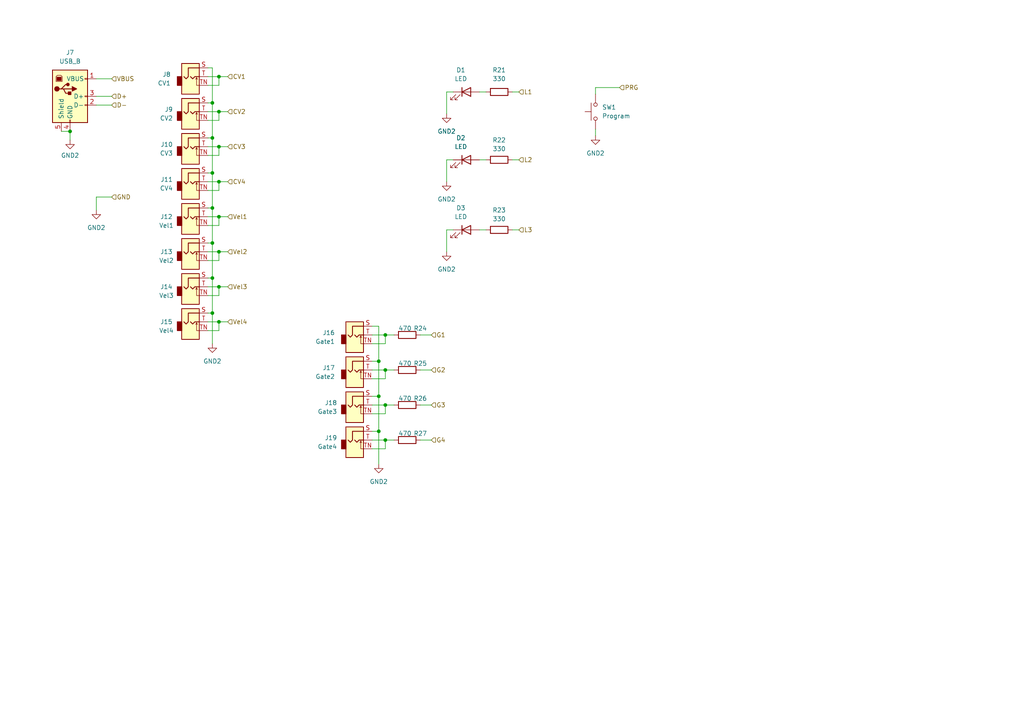
<source format=kicad_sch>
(kicad_sch (version 20211123) (generator eeschema)

  (uuid 16e78d05-5507-4b44-b470-118ac112724e)

  (paper "A4")

  (lib_symbols
    (symbol "Connector:AudioJack2_SwitchT" (in_bom yes) (on_board yes)
      (property "Reference" "J" (id 0) (at 0 8.89 0)
        (effects (font (size 1.27 1.27)))
      )
      (property "Value" "AudioJack2_SwitchT" (id 1) (at 0 6.35 0)
        (effects (font (size 1.27 1.27)))
      )
      (property "Footprint" "" (id 2) (at 0 0 0)
        (effects (font (size 1.27 1.27)) hide)
      )
      (property "Datasheet" "~" (id 3) (at 0 0 0)
        (effects (font (size 1.27 1.27)) hide)
      )
      (property "ki_keywords" "audio jack receptacle mono headphones phone TS connector" (id 4) (at 0 0 0)
        (effects (font (size 1.27 1.27)) hide)
      )
      (property "ki_description" "Audio Jack, 2 Poles (Mono / TS), Switched T Pole (Normalling)" (id 5) (at 0 0 0)
        (effects (font (size 1.27 1.27)) hide)
      )
      (property "ki_fp_filters" "Jack*" (id 6) (at 0 0 0)
        (effects (font (size 1.27 1.27)) hide)
      )
      (symbol "AudioJack2_SwitchT_0_1"
        (rectangle (start -2.54 0) (end -3.81 -2.54)
          (stroke (width 0.254) (type default) (color 0 0 0 0))
          (fill (type outline))
        )
        (polyline
          (pts
            (xy 1.778 -0.254)
            (xy 2.032 -0.762)
          )
          (stroke (width 0) (type default) (color 0 0 0 0))
          (fill (type none))
        )
        (polyline
          (pts
            (xy 0 0)
            (xy 0.635 -0.635)
            (xy 1.27 0)
            (xy 2.54 0)
          )
          (stroke (width 0.254) (type default) (color 0 0 0 0))
          (fill (type none))
        )
        (polyline
          (pts
            (xy 2.54 -2.54)
            (xy 1.778 -2.54)
            (xy 1.778 -0.254)
            (xy 1.524 -0.762)
          )
          (stroke (width 0) (type default) (color 0 0 0 0))
          (fill (type none))
        )
        (polyline
          (pts
            (xy 2.54 2.54)
            (xy -0.635 2.54)
            (xy -0.635 0)
            (xy -1.27 -0.635)
            (xy -1.905 0)
          )
          (stroke (width 0.254) (type default) (color 0 0 0 0))
          (fill (type none))
        )
        (rectangle (start 2.54 3.81) (end -2.54 -5.08)
          (stroke (width 0.254) (type default) (color 0 0 0 0))
          (fill (type background))
        )
      )
      (symbol "AudioJack2_SwitchT_1_1"
        (pin passive line (at 5.08 2.54 180) (length 2.54)
          (name "~" (effects (font (size 1.27 1.27))))
          (number "S" (effects (font (size 1.27 1.27))))
        )
        (pin passive line (at 5.08 0 180) (length 2.54)
          (name "~" (effects (font (size 1.27 1.27))))
          (number "T" (effects (font (size 1.27 1.27))))
        )
        (pin passive line (at 5.08 -2.54 180) (length 2.54)
          (name "~" (effects (font (size 1.27 1.27))))
          (number "TN" (effects (font (size 1.27 1.27))))
        )
      )
    )
    (symbol "Connector:USB_B" (pin_names (offset 1.016)) (in_bom yes) (on_board yes)
      (property "Reference" "J" (id 0) (at -5.08 11.43 0)
        (effects (font (size 1.27 1.27)) (justify left))
      )
      (property "Value" "USB_B" (id 1) (at -5.08 8.89 0)
        (effects (font (size 1.27 1.27)) (justify left))
      )
      (property "Footprint" "" (id 2) (at 3.81 -1.27 0)
        (effects (font (size 1.27 1.27)) hide)
      )
      (property "Datasheet" " ~" (id 3) (at 3.81 -1.27 0)
        (effects (font (size 1.27 1.27)) hide)
      )
      (property "ki_keywords" "connector USB" (id 4) (at 0 0 0)
        (effects (font (size 1.27 1.27)) hide)
      )
      (property "ki_description" "USB Type B connector" (id 5) (at 0 0 0)
        (effects (font (size 1.27 1.27)) hide)
      )
      (property "ki_fp_filters" "USB*" (id 6) (at 0 0 0)
        (effects (font (size 1.27 1.27)) hide)
      )
      (symbol "USB_B_0_1"
        (rectangle (start -5.08 -7.62) (end 5.08 7.62)
          (stroke (width 0.254) (type default) (color 0 0 0 0))
          (fill (type background))
        )
        (circle (center -3.81 2.159) (radius 0.635)
          (stroke (width 0.254) (type default) (color 0 0 0 0))
          (fill (type outline))
        )
        (rectangle (start -3.81 5.588) (end -2.54 4.572)
          (stroke (width 0) (type default) (color 0 0 0 0))
          (fill (type outline))
        )
        (circle (center -0.635 3.429) (radius 0.381)
          (stroke (width 0.254) (type default) (color 0 0 0 0))
          (fill (type outline))
        )
        (rectangle (start -0.127 -7.62) (end 0.127 -6.858)
          (stroke (width 0) (type default) (color 0 0 0 0))
          (fill (type none))
        )
        (polyline
          (pts
            (xy -1.905 2.159)
            (xy 0.635 2.159)
          )
          (stroke (width 0.254) (type default) (color 0 0 0 0))
          (fill (type none))
        )
        (polyline
          (pts
            (xy -3.175 2.159)
            (xy -2.54 2.159)
            (xy -1.27 3.429)
            (xy -0.635 3.429)
          )
          (stroke (width 0.254) (type default) (color 0 0 0 0))
          (fill (type none))
        )
        (polyline
          (pts
            (xy -2.54 2.159)
            (xy -1.905 2.159)
            (xy -1.27 0.889)
            (xy 0 0.889)
          )
          (stroke (width 0.254) (type default) (color 0 0 0 0))
          (fill (type none))
        )
        (polyline
          (pts
            (xy 0.635 2.794)
            (xy 0.635 1.524)
            (xy 1.905 2.159)
            (xy 0.635 2.794)
          )
          (stroke (width 0.254) (type default) (color 0 0 0 0))
          (fill (type outline))
        )
        (polyline
          (pts
            (xy -4.064 4.318)
            (xy -2.286 4.318)
            (xy -2.286 5.715)
            (xy -2.667 6.096)
            (xy -3.683 6.096)
            (xy -4.064 5.715)
            (xy -4.064 4.318)
          )
          (stroke (width 0) (type default) (color 0 0 0 0))
          (fill (type none))
        )
        (rectangle (start 0.254 1.27) (end -0.508 0.508)
          (stroke (width 0.254) (type default) (color 0 0 0 0))
          (fill (type outline))
        )
        (rectangle (start 5.08 -2.667) (end 4.318 -2.413)
          (stroke (width 0) (type default) (color 0 0 0 0))
          (fill (type none))
        )
        (rectangle (start 5.08 -0.127) (end 4.318 0.127)
          (stroke (width 0) (type default) (color 0 0 0 0))
          (fill (type none))
        )
        (rectangle (start 5.08 4.953) (end 4.318 5.207)
          (stroke (width 0) (type default) (color 0 0 0 0))
          (fill (type none))
        )
      )
      (symbol "USB_B_1_1"
        (pin power_out line (at 7.62 5.08 180) (length 2.54)
          (name "VBUS" (effects (font (size 1.27 1.27))))
          (number "1" (effects (font (size 1.27 1.27))))
        )
        (pin bidirectional line (at 7.62 -2.54 180) (length 2.54)
          (name "D-" (effects (font (size 1.27 1.27))))
          (number "2" (effects (font (size 1.27 1.27))))
        )
        (pin bidirectional line (at 7.62 0 180) (length 2.54)
          (name "D+" (effects (font (size 1.27 1.27))))
          (number "3" (effects (font (size 1.27 1.27))))
        )
        (pin power_out line (at 0 -10.16 90) (length 2.54)
          (name "GND" (effects (font (size 1.27 1.27))))
          (number "4" (effects (font (size 1.27 1.27))))
        )
        (pin passive line (at -2.54 -10.16 90) (length 2.54)
          (name "Shield" (effects (font (size 1.27 1.27))))
          (number "5" (effects (font (size 1.27 1.27))))
        )
      )
    )
    (symbol "Device:LED" (pin_numbers hide) (pin_names (offset 1.016) hide) (in_bom yes) (on_board yes)
      (property "Reference" "D" (id 0) (at 0 2.54 0)
        (effects (font (size 1.27 1.27)))
      )
      (property "Value" "LED" (id 1) (at 0 -2.54 0)
        (effects (font (size 1.27 1.27)))
      )
      (property "Footprint" "" (id 2) (at 0 0 0)
        (effects (font (size 1.27 1.27)) hide)
      )
      (property "Datasheet" "~" (id 3) (at 0 0 0)
        (effects (font (size 1.27 1.27)) hide)
      )
      (property "ki_keywords" "LED diode" (id 4) (at 0 0 0)
        (effects (font (size 1.27 1.27)) hide)
      )
      (property "ki_description" "Light emitting diode" (id 5) (at 0 0 0)
        (effects (font (size 1.27 1.27)) hide)
      )
      (property "ki_fp_filters" "LED* LED_SMD:* LED_THT:*" (id 6) (at 0 0 0)
        (effects (font (size 1.27 1.27)) hide)
      )
      (symbol "LED_0_1"
        (polyline
          (pts
            (xy -1.27 -1.27)
            (xy -1.27 1.27)
          )
          (stroke (width 0.254) (type default) (color 0 0 0 0))
          (fill (type none))
        )
        (polyline
          (pts
            (xy -1.27 0)
            (xy 1.27 0)
          )
          (stroke (width 0) (type default) (color 0 0 0 0))
          (fill (type none))
        )
        (polyline
          (pts
            (xy 1.27 -1.27)
            (xy 1.27 1.27)
            (xy -1.27 0)
            (xy 1.27 -1.27)
          )
          (stroke (width 0.254) (type default) (color 0 0 0 0))
          (fill (type none))
        )
        (polyline
          (pts
            (xy -3.048 -0.762)
            (xy -4.572 -2.286)
            (xy -3.81 -2.286)
            (xy -4.572 -2.286)
            (xy -4.572 -1.524)
          )
          (stroke (width 0) (type default) (color 0 0 0 0))
          (fill (type none))
        )
        (polyline
          (pts
            (xy -1.778 -0.762)
            (xy -3.302 -2.286)
            (xy -2.54 -2.286)
            (xy -3.302 -2.286)
            (xy -3.302 -1.524)
          )
          (stroke (width 0) (type default) (color 0 0 0 0))
          (fill (type none))
        )
      )
      (symbol "LED_1_1"
        (pin passive line (at -3.81 0 0) (length 2.54)
          (name "K" (effects (font (size 1.27 1.27))))
          (number "1" (effects (font (size 1.27 1.27))))
        )
        (pin passive line (at 3.81 0 180) (length 2.54)
          (name "A" (effects (font (size 1.27 1.27))))
          (number "2" (effects (font (size 1.27 1.27))))
        )
      )
    )
    (symbol "Device:R" (pin_numbers hide) (pin_names (offset 0)) (in_bom yes) (on_board yes)
      (property "Reference" "R" (id 0) (at 2.032 0 90)
        (effects (font (size 1.27 1.27)))
      )
      (property "Value" "R" (id 1) (at 0 0 90)
        (effects (font (size 1.27 1.27)))
      )
      (property "Footprint" "" (id 2) (at -1.778 0 90)
        (effects (font (size 1.27 1.27)) hide)
      )
      (property "Datasheet" "~" (id 3) (at 0 0 0)
        (effects (font (size 1.27 1.27)) hide)
      )
      (property "ki_keywords" "R res resistor" (id 4) (at 0 0 0)
        (effects (font (size 1.27 1.27)) hide)
      )
      (property "ki_description" "Resistor" (id 5) (at 0 0 0)
        (effects (font (size 1.27 1.27)) hide)
      )
      (property "ki_fp_filters" "R_*" (id 6) (at 0 0 0)
        (effects (font (size 1.27 1.27)) hide)
      )
      (symbol "R_0_1"
        (rectangle (start -1.016 -2.54) (end 1.016 2.54)
          (stroke (width 0.254) (type default) (color 0 0 0 0))
          (fill (type none))
        )
      )
      (symbol "R_1_1"
        (pin passive line (at 0 3.81 270) (length 1.27)
          (name "~" (effects (font (size 1.27 1.27))))
          (number "1" (effects (font (size 1.27 1.27))))
        )
        (pin passive line (at 0 -3.81 90) (length 1.27)
          (name "~" (effects (font (size 1.27 1.27))))
          (number "2" (effects (font (size 1.27 1.27))))
        )
      )
    )
    (symbol "Switch:SW_Push" (pin_numbers hide) (pin_names (offset 1.016) hide) (in_bom yes) (on_board yes)
      (property "Reference" "SW" (id 0) (at 1.27 2.54 0)
        (effects (font (size 1.27 1.27)) (justify left))
      )
      (property "Value" "SW_Push" (id 1) (at 0 -1.524 0)
        (effects (font (size 1.27 1.27)))
      )
      (property "Footprint" "" (id 2) (at 0 5.08 0)
        (effects (font (size 1.27 1.27)) hide)
      )
      (property "Datasheet" "~" (id 3) (at 0 5.08 0)
        (effects (font (size 1.27 1.27)) hide)
      )
      (property "ki_keywords" "switch normally-open pushbutton push-button" (id 4) (at 0 0 0)
        (effects (font (size 1.27 1.27)) hide)
      )
      (property "ki_description" "Push button switch, generic, two pins" (id 5) (at 0 0 0)
        (effects (font (size 1.27 1.27)) hide)
      )
      (symbol "SW_Push_0_1"
        (circle (center -2.032 0) (radius 0.508)
          (stroke (width 0) (type default) (color 0 0 0 0))
          (fill (type none))
        )
        (polyline
          (pts
            (xy 0 1.27)
            (xy 0 3.048)
          )
          (stroke (width 0) (type default) (color 0 0 0 0))
          (fill (type none))
        )
        (polyline
          (pts
            (xy 2.54 1.27)
            (xy -2.54 1.27)
          )
          (stroke (width 0) (type default) (color 0 0 0 0))
          (fill (type none))
        )
        (circle (center 2.032 0) (radius 0.508)
          (stroke (width 0) (type default) (color 0 0 0 0))
          (fill (type none))
        )
        (pin passive line (at -5.08 0 0) (length 2.54)
          (name "1" (effects (font (size 1.27 1.27))))
          (number "1" (effects (font (size 1.27 1.27))))
        )
        (pin passive line (at 5.08 0 180) (length 2.54)
          (name "2" (effects (font (size 1.27 1.27))))
          (number "2" (effects (font (size 1.27 1.27))))
        )
      )
    )
    (symbol "power:GND2" (power) (pin_names (offset 0)) (in_bom yes) (on_board yes)
      (property "Reference" "#PWR" (id 0) (at 0 -6.35 0)
        (effects (font (size 1.27 1.27)) hide)
      )
      (property "Value" "GND2" (id 1) (at 0 -3.81 0)
        (effects (font (size 1.27 1.27)))
      )
      (property "Footprint" "" (id 2) (at 0 0 0)
        (effects (font (size 1.27 1.27)) hide)
      )
      (property "Datasheet" "" (id 3) (at 0 0 0)
        (effects (font (size 1.27 1.27)) hide)
      )
      (property "ki_keywords" "power-flag" (id 4) (at 0 0 0)
        (effects (font (size 1.27 1.27)) hide)
      )
      (property "ki_description" "Power symbol creates a global label with name \"GND2\" , ground" (id 5) (at 0 0 0)
        (effects (font (size 1.27 1.27)) hide)
      )
      (symbol "GND2_0_1"
        (polyline
          (pts
            (xy 0 0)
            (xy 0 -1.27)
            (xy 1.27 -1.27)
            (xy 0 -2.54)
            (xy -1.27 -1.27)
            (xy 0 -1.27)
          )
          (stroke (width 0) (type default) (color 0 0 0 0))
          (fill (type none))
        )
      )
      (symbol "GND2_1_1"
        (pin power_in line (at 0 0 270) (length 0) hide
          (name "GND2" (effects (font (size 1.27 1.27))))
          (number "1" (effects (font (size 1.27 1.27))))
        )
      )
    )
  )

  (junction (at 111.76 97.155) (diameter 0) (color 0 0 0 0)
    (uuid 01ad1f73-6c3d-407f-878c-778a6ecc6b8c)
  )
  (junction (at 61.595 50.165) (diameter 0) (color 0 0 0 0)
    (uuid 05d957e1-6f4a-4dba-950e-c9223882a404)
  )
  (junction (at 63.5 73.025) (diameter 0) (color 0 0 0 0)
    (uuid 0d362a1c-4a3b-4067-80c3-850ced049655)
  )
  (junction (at 63.5 42.545) (diameter 0) (color 0 0 0 0)
    (uuid 1f584900-13c9-4fa5-85ce-c5a19e788c5a)
  )
  (junction (at 20.32 38.1) (diameter 0) (color 0 0 0 0)
    (uuid 21d631be-ea5d-4bb1-afd3-28316a8f3b54)
  )
  (junction (at 61.595 40.005) (diameter 0) (color 0 0 0 0)
    (uuid 28f349ea-cbd3-407e-9339-a1c79d10a3d2)
  )
  (junction (at 61.595 90.805) (diameter 0) (color 0 0 0 0)
    (uuid 3eefc838-3f8c-4f21-a8ba-80b61556623d)
  )
  (junction (at 61.595 80.645) (diameter 0) (color 0 0 0 0)
    (uuid 4c44a345-181f-4282-9266-eedfb042f8dd)
  )
  (junction (at 63.5 83.185) (diameter 0) (color 0 0 0 0)
    (uuid 5fa30310-ea08-4290-9956-46e8d6b24c4d)
  )
  (junction (at 63.5 52.705) (diameter 0) (color 0 0 0 0)
    (uuid 704f3563-9e05-4a22-8f6f-1e481fccfb29)
  )
  (junction (at 109.855 104.775) (diameter 0) (color 0 0 0 0)
    (uuid 7702464f-87e1-4aa3-b772-17641ea46340)
  )
  (junction (at 109.855 125.095) (diameter 0) (color 0 0 0 0)
    (uuid b11c77ed-0ff0-4213-86e2-b187f99c4670)
  )
  (junction (at 63.5 32.385) (diameter 0) (color 0 0 0 0)
    (uuid b29af35d-afa6-4868-bef5-199aae330fff)
  )
  (junction (at 63.5 22.225) (diameter 0) (color 0 0 0 0)
    (uuid be6cd257-5b44-4349-bfe4-c7360d5e6eff)
  )
  (junction (at 63.5 62.865) (diameter 0) (color 0 0 0 0)
    (uuid c46920bf-ef1e-41f9-84da-e65dfc1528a1)
  )
  (junction (at 61.595 60.325) (diameter 0) (color 0 0 0 0)
    (uuid c66a7dd1-515a-4e6b-90e0-1ceae63dc603)
  )
  (junction (at 61.595 70.485) (diameter 0) (color 0 0 0 0)
    (uuid ca10b441-483f-49d5-a2ab-5c3290d4c746)
  )
  (junction (at 109.855 114.935) (diameter 0) (color 0 0 0 0)
    (uuid d6c632a6-9528-4908-9719-e5b946bf761a)
  )
  (junction (at 111.76 107.315) (diameter 0) (color 0 0 0 0)
    (uuid d86809ab-c3b5-409c-994f-418764f552ba)
  )
  (junction (at 61.595 29.845) (diameter 0) (color 0 0 0 0)
    (uuid e6a961d3-b3f2-4fbd-bd25-1ccf38751273)
  )
  (junction (at 63.5 93.345) (diameter 0) (color 0 0 0 0)
    (uuid ef189ffb-3c45-483c-9471-dcaae23a8c2d)
  )
  (junction (at 111.76 117.475) (diameter 0) (color 0 0 0 0)
    (uuid f0a12857-f1ad-47cd-b646-8fe52eec12eb)
  )
  (junction (at 111.76 127.635) (diameter 0) (color 0 0 0 0)
    (uuid f837fa65-9a14-4276-9a1e-df41f5a66b29)
  )

  (wire (pts (xy 107.95 107.315) (xy 111.76 107.315))
    (stroke (width 0) (type default) (color 0 0 0 0))
    (uuid 004a3047-c7ea-465e-898f-7d7e62ea4137)
  )
  (wire (pts (xy 179.705 25.4) (xy 172.72 25.4))
    (stroke (width 0) (type default) (color 0 0 0 0))
    (uuid 0b7e6414-0bf9-4c41-a9ad-1864bc8d086f)
  )
  (wire (pts (xy 60.325 62.865) (xy 63.5 62.865))
    (stroke (width 0) (type default) (color 0 0 0 0))
    (uuid 0d3c418f-6fb5-4109-9707-a208c21885ba)
  )
  (wire (pts (xy 60.325 42.545) (xy 63.5 42.545))
    (stroke (width 0) (type default) (color 0 0 0 0))
    (uuid 0e467fc5-b0f8-4243-bd18-990216af395b)
  )
  (wire (pts (xy 109.855 114.935) (xy 109.855 125.095))
    (stroke (width 0) (type default) (color 0 0 0 0))
    (uuid 11e745ca-1a31-4235-9c85-ef0e10b02bfb)
  )
  (wire (pts (xy 27.94 22.86) (xy 32.385 22.86))
    (stroke (width 0) (type default) (color 0 0 0 0))
    (uuid 15a87df3-8273-400c-972c-24f1256bc1d1)
  )
  (wire (pts (xy 107.95 99.695) (xy 111.76 99.695))
    (stroke (width 0) (type default) (color 0 0 0 0))
    (uuid 1a662450-96b1-4aa0-8f28-4059987b9d08)
  )
  (wire (pts (xy 60.325 32.385) (xy 63.5 32.385))
    (stroke (width 0) (type default) (color 0 0 0 0))
    (uuid 223d544b-eced-403d-87a6-5ed26fadda3e)
  )
  (wire (pts (xy 63.5 93.345) (xy 66.04 93.345))
    (stroke (width 0) (type default) (color 0 0 0 0))
    (uuid 24bb5b58-4cf2-4e48-a85f-66bc710dc330)
  )
  (wire (pts (xy 61.595 60.325) (xy 61.595 70.485))
    (stroke (width 0) (type default) (color 0 0 0 0))
    (uuid 250d7879-83bc-483e-bc97-daf1f317c8db)
  )
  (wire (pts (xy 129.54 26.67) (xy 129.54 33.02))
    (stroke (width 0) (type default) (color 0 0 0 0))
    (uuid 25da6374-8b95-4077-a91c-2a27a93b7b26)
  )
  (wire (pts (xy 63.5 95.885) (xy 63.5 93.345))
    (stroke (width 0) (type default) (color 0 0 0 0))
    (uuid 281ba91c-934c-402c-ae9b-8ecff16b65a7)
  )
  (wire (pts (xy 107.95 97.155) (xy 111.76 97.155))
    (stroke (width 0) (type default) (color 0 0 0 0))
    (uuid 2916aca6-1893-463a-acf8-7a043f9f2754)
  )
  (wire (pts (xy 121.92 107.315) (xy 125.095 107.315))
    (stroke (width 0) (type default) (color 0 0 0 0))
    (uuid 2b508b02-5b19-417f-91ba-db4341cba650)
  )
  (wire (pts (xy 111.76 130.175) (xy 111.76 127.635))
    (stroke (width 0) (type default) (color 0 0 0 0))
    (uuid 2b65b2a1-ba72-41d8-8546-2286aa2f5d97)
  )
  (wire (pts (xy 148.59 26.67) (xy 150.495 26.67))
    (stroke (width 0) (type default) (color 0 0 0 0))
    (uuid 2db81ea2-6ccf-49bc-8af6-82b73db1d20d)
  )
  (wire (pts (xy 60.325 45.085) (xy 63.5 45.085))
    (stroke (width 0) (type default) (color 0 0 0 0))
    (uuid 35193a1a-6762-42ac-bd0f-22fa441cd0cc)
  )
  (wire (pts (xy 60.325 29.845) (xy 61.595 29.845))
    (stroke (width 0) (type default) (color 0 0 0 0))
    (uuid 3597cd36-d1c5-4b95-b561-44709dfe8863)
  )
  (wire (pts (xy 131.445 46.355) (xy 129.54 46.355))
    (stroke (width 0) (type default) (color 0 0 0 0))
    (uuid 396a4bd2-a27c-4792-9704-7aef24fd3aba)
  )
  (wire (pts (xy 139.065 46.355) (xy 140.97 46.355))
    (stroke (width 0) (type default) (color 0 0 0 0))
    (uuid 3a6dd6d3-ebb6-469b-bd2f-0989da3bae57)
  )
  (wire (pts (xy 60.325 50.165) (xy 61.595 50.165))
    (stroke (width 0) (type default) (color 0 0 0 0))
    (uuid 3a7b350e-3548-4144-ae5e-ce92a33dad18)
  )
  (wire (pts (xy 61.595 80.645) (xy 61.595 90.805))
    (stroke (width 0) (type default) (color 0 0 0 0))
    (uuid 3ca2cb3c-8741-4da0-bf35-1f41e0098e18)
  )
  (wire (pts (xy 131.445 66.675) (xy 129.54 66.675))
    (stroke (width 0) (type default) (color 0 0 0 0))
    (uuid 3e18092f-3a98-4ada-a77c-3923a909e3cb)
  )
  (wire (pts (xy 60.325 80.645) (xy 61.595 80.645))
    (stroke (width 0) (type default) (color 0 0 0 0))
    (uuid 3ed0b983-57fc-47e4-822b-ff533de149ec)
  )
  (wire (pts (xy 60.325 55.245) (xy 63.5 55.245))
    (stroke (width 0) (type default) (color 0 0 0 0))
    (uuid 40874073-e423-4ed7-91a0-60fc6d336dc2)
  )
  (wire (pts (xy 60.325 95.885) (xy 63.5 95.885))
    (stroke (width 0) (type default) (color 0 0 0 0))
    (uuid 414ef65e-cbf4-4c30-8cde-433fb9f516ff)
  )
  (wire (pts (xy 129.54 46.355) (xy 129.54 52.705))
    (stroke (width 0) (type default) (color 0 0 0 0))
    (uuid 43134123-51ab-4e6d-80a6-92e1c5a52bf3)
  )
  (wire (pts (xy 60.325 19.685) (xy 61.595 19.685))
    (stroke (width 0) (type default) (color 0 0 0 0))
    (uuid 4358dcef-4c43-41fd-bf6d-93bdcb9fb42c)
  )
  (wire (pts (xy 63.5 52.705) (xy 66.04 52.705))
    (stroke (width 0) (type default) (color 0 0 0 0))
    (uuid 476abaa6-acb0-4bc2-aea7-e39255396cae)
  )
  (wire (pts (xy 109.855 125.095) (xy 109.855 134.62))
    (stroke (width 0) (type default) (color 0 0 0 0))
    (uuid 49ef681a-cd6c-4c0a-9dbc-92f17a9915b6)
  )
  (wire (pts (xy 61.595 90.805) (xy 60.325 90.805))
    (stroke (width 0) (type default) (color 0 0 0 0))
    (uuid 4a43e83c-0880-42b1-9ec5-4c24b8f8c065)
  )
  (wire (pts (xy 131.445 26.67) (xy 129.54 26.67))
    (stroke (width 0) (type default) (color 0 0 0 0))
    (uuid 50b64f48-c241-41fb-921a-8a4253ffaa0e)
  )
  (wire (pts (xy 107.95 127.635) (xy 111.76 127.635))
    (stroke (width 0) (type default) (color 0 0 0 0))
    (uuid 51d67290-a97a-4d80-8325-f5b8b4f7ff87)
  )
  (wire (pts (xy 17.78 38.1) (xy 20.32 38.1))
    (stroke (width 0) (type default) (color 0 0 0 0))
    (uuid 52f61ceb-2af6-4384-b610-4c87b605c8cb)
  )
  (wire (pts (xy 139.065 66.675) (xy 140.97 66.675))
    (stroke (width 0) (type default) (color 0 0 0 0))
    (uuid 53a59542-87e8-4db5-a9d3-4c027b2f6d01)
  )
  (wire (pts (xy 139.065 26.67) (xy 140.97 26.67))
    (stroke (width 0) (type default) (color 0 0 0 0))
    (uuid 56c2b07b-6654-4585-8706-1fffe610eee5)
  )
  (wire (pts (xy 63.5 65.405) (xy 63.5 62.865))
    (stroke (width 0) (type default) (color 0 0 0 0))
    (uuid 59e0b911-fd16-401d-8924-886eb6e36649)
  )
  (wire (pts (xy 121.92 117.475) (xy 125.095 117.475))
    (stroke (width 0) (type default) (color 0 0 0 0))
    (uuid 636b26fb-8cff-4aab-8774-4be9ad185109)
  )
  (wire (pts (xy 109.855 94.615) (xy 109.855 104.775))
    (stroke (width 0) (type default) (color 0 0 0 0))
    (uuid 642da44b-8ce1-43df-b828-ab7214087f76)
  )
  (wire (pts (xy 61.595 40.005) (xy 61.595 50.165))
    (stroke (width 0) (type default) (color 0 0 0 0))
    (uuid 678d7db8-f496-409a-9b65-c10a9b40efe1)
  )
  (wire (pts (xy 111.76 120.015) (xy 111.76 117.475))
    (stroke (width 0) (type default) (color 0 0 0 0))
    (uuid 68d36c90-f8fc-48d2-ab80-0974b6dafbb5)
  )
  (wire (pts (xy 107.95 104.775) (xy 109.855 104.775))
    (stroke (width 0) (type default) (color 0 0 0 0))
    (uuid 690418be-04be-4a36-9626-2762bf07ea29)
  )
  (wire (pts (xy 20.32 38.1) (xy 20.32 40.64))
    (stroke (width 0) (type default) (color 0 0 0 0))
    (uuid 691a3966-f7fa-4e4c-942d-fe134a8310be)
  )
  (wire (pts (xy 63.5 85.725) (xy 63.5 83.185))
    (stroke (width 0) (type default) (color 0 0 0 0))
    (uuid 6a8d2797-6589-4085-beb1-da4fd87841b9)
  )
  (wire (pts (xy 111.76 117.475) (xy 114.3 117.475))
    (stroke (width 0) (type default) (color 0 0 0 0))
    (uuid 70a7dfea-1d6d-4ba6-815f-aeb75f5d569a)
  )
  (wire (pts (xy 60.325 65.405) (xy 63.5 65.405))
    (stroke (width 0) (type default) (color 0 0 0 0))
    (uuid 7cd6d5f2-fe2d-418a-bf81-52932c0a8e25)
  )
  (wire (pts (xy 63.5 75.565) (xy 63.5 73.025))
    (stroke (width 0) (type default) (color 0 0 0 0))
    (uuid 7ee4a446-9e86-496a-a318-bc7fb4e76ade)
  )
  (wire (pts (xy 63.5 34.925) (xy 63.5 32.385))
    (stroke (width 0) (type default) (color 0 0 0 0))
    (uuid 819a67b7-5a2d-4728-99fb-fdf3d15b5abc)
  )
  (wire (pts (xy 111.76 127.635) (xy 114.3 127.635))
    (stroke (width 0) (type default) (color 0 0 0 0))
    (uuid 837b60f2-88df-47ef-96ce-736587ce9693)
  )
  (wire (pts (xy 60.325 22.225) (xy 63.5 22.225))
    (stroke (width 0) (type default) (color 0 0 0 0))
    (uuid 88672716-99e6-46b8-982f-4634a8c9e762)
  )
  (wire (pts (xy 148.59 66.675) (xy 150.495 66.675))
    (stroke (width 0) (type default) (color 0 0 0 0))
    (uuid 88837c0a-f786-4d5f-90d3-829cb877b9b3)
  )
  (wire (pts (xy 60.325 60.325) (xy 61.595 60.325))
    (stroke (width 0) (type default) (color 0 0 0 0))
    (uuid 88c7b60f-0f1a-49e1-9ff7-3de4135f6a34)
  )
  (wire (pts (xy 107.95 130.175) (xy 111.76 130.175))
    (stroke (width 0) (type default) (color 0 0 0 0))
    (uuid 8d0b7aa4-d4b5-4763-91cd-7f063f609dd4)
  )
  (wire (pts (xy 111.76 97.155) (xy 114.3 97.155))
    (stroke (width 0) (type default) (color 0 0 0 0))
    (uuid 8d2ff1e9-db8f-4764-8ab4-9637acb762f0)
  )
  (wire (pts (xy 63.5 62.865) (xy 66.04 62.865))
    (stroke (width 0) (type default) (color 0 0 0 0))
    (uuid 903a66d5-07df-485f-90ef-c322782881a6)
  )
  (wire (pts (xy 61.595 19.685) (xy 61.595 29.845))
    (stroke (width 0) (type default) (color 0 0 0 0))
    (uuid 95d18707-f3b6-4e45-b74a-7ccf159cfbdf)
  )
  (wire (pts (xy 63.5 24.765) (xy 63.5 22.225))
    (stroke (width 0) (type default) (color 0 0 0 0))
    (uuid 95e0e985-41e6-4068-a222-7c68be290a8a)
  )
  (wire (pts (xy 60.325 40.005) (xy 61.595 40.005))
    (stroke (width 0) (type default) (color 0 0 0 0))
    (uuid 96249633-ad65-4dfb-ab82-b57304bbe6c1)
  )
  (wire (pts (xy 172.72 37.465) (xy 172.72 39.37))
    (stroke (width 0) (type default) (color 0 0 0 0))
    (uuid 9dbbe0ac-97c2-4cd4-8adc-15e977aa74e1)
  )
  (wire (pts (xy 121.92 127.635) (xy 125.095 127.635))
    (stroke (width 0) (type default) (color 0 0 0 0))
    (uuid 9f70ef75-b403-4f45-bcea-591d7002b2d7)
  )
  (wire (pts (xy 172.72 25.4) (xy 172.72 27.305))
    (stroke (width 0) (type default) (color 0 0 0 0))
    (uuid a00c32d5-187a-4004-986f-b7b013db5ef4)
  )
  (wire (pts (xy 60.325 52.705) (xy 63.5 52.705))
    (stroke (width 0) (type default) (color 0 0 0 0))
    (uuid aa12e940-d1df-4ffc-abeb-7c5112873d21)
  )
  (wire (pts (xy 107.95 125.095) (xy 109.855 125.095))
    (stroke (width 0) (type default) (color 0 0 0 0))
    (uuid ab54af73-fb80-44f1-94b8-bd1856f67fbe)
  )
  (wire (pts (xy 107.95 94.615) (xy 109.855 94.615))
    (stroke (width 0) (type default) (color 0 0 0 0))
    (uuid ac47db14-6ab7-4874-9413-4bd3d6766ce4)
  )
  (wire (pts (xy 111.76 107.315) (xy 114.3 107.315))
    (stroke (width 0) (type default) (color 0 0 0 0))
    (uuid accd03aa-fd08-4ef0-a88b-db3d0c34a0b8)
  )
  (wire (pts (xy 32.385 57.15) (xy 27.94 57.15))
    (stroke (width 0) (type default) (color 0 0 0 0))
    (uuid b300f3b4-70ab-442d-b9fe-8e4632a884b1)
  )
  (wire (pts (xy 61.595 29.845) (xy 61.595 40.005))
    (stroke (width 0) (type default) (color 0 0 0 0))
    (uuid b47c4eef-926b-4698-814f-2a564c89b9cd)
  )
  (wire (pts (xy 111.76 97.155) (xy 111.76 99.695))
    (stroke (width 0) (type default) (color 0 0 0 0))
    (uuid b70ca9ce-a03c-4efe-8374-40481681c812)
  )
  (wire (pts (xy 111.76 109.855) (xy 111.76 107.315))
    (stroke (width 0) (type default) (color 0 0 0 0))
    (uuid bc37740f-7fe1-4ded-b4b5-34a1035f8c70)
  )
  (wire (pts (xy 60.325 70.485) (xy 61.595 70.485))
    (stroke (width 0) (type default) (color 0 0 0 0))
    (uuid bfca3d31-1aae-4c24-9e91-0116214253ed)
  )
  (wire (pts (xy 63.5 83.185) (xy 66.04 83.185))
    (stroke (width 0) (type default) (color 0 0 0 0))
    (uuid c14aff2e-e400-4986-8b55-e6dd2a6858c5)
  )
  (wire (pts (xy 63.5 45.085) (xy 63.5 42.545))
    (stroke (width 0) (type default) (color 0 0 0 0))
    (uuid c3df588b-71e0-4855-a762-bd67cad2ce50)
  )
  (wire (pts (xy 129.54 66.675) (xy 129.54 73.025))
    (stroke (width 0) (type default) (color 0 0 0 0))
    (uuid c43e3dd4-0108-4d8a-acf0-fc0a1e1cb2c2)
  )
  (wire (pts (xy 61.595 50.165) (xy 61.595 60.325))
    (stroke (width 0) (type default) (color 0 0 0 0))
    (uuid cb39d3fe-6212-484b-b920-cdf9911bfa38)
  )
  (wire (pts (xy 107.95 117.475) (xy 111.76 117.475))
    (stroke (width 0) (type default) (color 0 0 0 0))
    (uuid d1552d5c-bf87-4b27-a4a0-12ddad6d6edd)
  )
  (wire (pts (xy 63.5 55.245) (xy 63.5 52.705))
    (stroke (width 0) (type default) (color 0 0 0 0))
    (uuid d1f0c8e0-e29c-44aa-925b-e24ffb332fb6)
  )
  (wire (pts (xy 60.325 34.925) (xy 63.5 34.925))
    (stroke (width 0) (type default) (color 0 0 0 0))
    (uuid d293d25a-3f03-4f61-9289-4e7500abf8db)
  )
  (wire (pts (xy 27.94 57.15) (xy 27.94 60.96))
    (stroke (width 0) (type default) (color 0 0 0 0))
    (uuid d3005440-57ca-4e77-83d1-6cf1185c34e0)
  )
  (wire (pts (xy 27.94 27.94) (xy 32.385 27.94))
    (stroke (width 0) (type default) (color 0 0 0 0))
    (uuid d3fd1f54-abed-400d-9378-a6c4647ce8d0)
  )
  (wire (pts (xy 109.855 104.775) (xy 109.855 114.935))
    (stroke (width 0) (type default) (color 0 0 0 0))
    (uuid d4a08cd3-df9e-434e-a18d-76c0d8cb9dd4)
  )
  (wire (pts (xy 63.5 83.185) (xy 60.325 83.185))
    (stroke (width 0) (type default) (color 0 0 0 0))
    (uuid d6fed8d5-1e70-47ed-abc3-96f4d364bb58)
  )
  (wire (pts (xy 107.95 109.855) (xy 111.76 109.855))
    (stroke (width 0) (type default) (color 0 0 0 0))
    (uuid d8a4173d-b4b3-4146-b00b-0a68cec31380)
  )
  (wire (pts (xy 63.5 32.385) (xy 66.04 32.385))
    (stroke (width 0) (type default) (color 0 0 0 0))
    (uuid d9cbd6ef-d41c-45f0-8b77-b25900f25dad)
  )
  (wire (pts (xy 60.325 24.765) (xy 63.5 24.765))
    (stroke (width 0) (type default) (color 0 0 0 0))
    (uuid db0ab401-20d0-4e94-8642-827d0ccf2b34)
  )
  (wire (pts (xy 61.595 90.805) (xy 61.595 99.695))
    (stroke (width 0) (type default) (color 0 0 0 0))
    (uuid dd2fa474-3bd0-4e48-ba7d-adac298e98ff)
  )
  (wire (pts (xy 63.5 22.225) (xy 66.04 22.225))
    (stroke (width 0) (type default) (color 0 0 0 0))
    (uuid df7c46ce-0f5f-45da-9fa8-d97d0e432048)
  )
  (wire (pts (xy 63.5 73.025) (xy 66.04 73.025))
    (stroke (width 0) (type default) (color 0 0 0 0))
    (uuid e018dc7f-5f8f-4c9a-b470-d4e94c2e4548)
  )
  (wire (pts (xy 107.95 120.015) (xy 111.76 120.015))
    (stroke (width 0) (type default) (color 0 0 0 0))
    (uuid e2d37aac-147c-42a5-9429-789aefde30f4)
  )
  (wire (pts (xy 60.325 73.025) (xy 63.5 73.025))
    (stroke (width 0) (type default) (color 0 0 0 0))
    (uuid e41564c1-c822-4f63-9c8b-aaaa20261b9b)
  )
  (wire (pts (xy 148.59 46.355) (xy 150.495 46.355))
    (stroke (width 0) (type default) (color 0 0 0 0))
    (uuid e546db54-5cbd-4ba2-82e2-faf386416d1b)
  )
  (wire (pts (xy 60.325 75.565) (xy 63.5 75.565))
    (stroke (width 0) (type default) (color 0 0 0 0))
    (uuid e57f5dcd-3d96-42b8-8e35-41e755f6d487)
  )
  (wire (pts (xy 121.92 97.155) (xy 125.095 97.155))
    (stroke (width 0) (type default) (color 0 0 0 0))
    (uuid e71169c0-a25b-4c6e-a8d2-4453f8ff30b2)
  )
  (wire (pts (xy 60.325 85.725) (xy 63.5 85.725))
    (stroke (width 0) (type default) (color 0 0 0 0))
    (uuid eb6c4357-9079-47a1-9abd-69345ddf3609)
  )
  (wire (pts (xy 61.595 70.485) (xy 61.595 80.645))
    (stroke (width 0) (type default) (color 0 0 0 0))
    (uuid efe8d99e-188d-4521-9a28-d3563a4ce5a2)
  )
  (wire (pts (xy 63.5 42.545) (xy 66.04 42.545))
    (stroke (width 0) (type default) (color 0 0 0 0))
    (uuid f2920237-c7ad-47d6-9b9c-3723c4db7fe5)
  )
  (wire (pts (xy 27.94 30.48) (xy 32.385 30.48))
    (stroke (width 0) (type default) (color 0 0 0 0))
    (uuid f5e8c00c-ce47-4f03-a853-d07073407622)
  )
  (wire (pts (xy 107.95 114.935) (xy 109.855 114.935))
    (stroke (width 0) (type default) (color 0 0 0 0))
    (uuid f8cfa6f4-69d0-4613-878c-d7db91f4d088)
  )
  (wire (pts (xy 60.325 93.345) (xy 63.5 93.345))
    (stroke (width 0) (type default) (color 0 0 0 0))
    (uuid ff6d825c-4531-44cb-b3bd-248babeabddf)
  )

  (hierarchical_label "VBUS" (shape input) (at 32.385 22.86 0)
    (effects (font (size 1.27 1.27)) (justify left))
    (uuid 04471c55-6e03-4a55-bab7-972b36eaff50)
  )
  (hierarchical_label "PRG" (shape input) (at 179.705 25.4 0)
    (effects (font (size 1.27 1.27)) (justify left))
    (uuid 1e75a3eb-2b9f-4cb5-a499-38bb1febaf31)
  )
  (hierarchical_label "L2" (shape input) (at 150.495 46.355 0)
    (effects (font (size 1.27 1.27)) (justify left))
    (uuid 24380668-d57e-400e-9562-00ec6a844bb2)
  )
  (hierarchical_label "CV4" (shape input) (at 66.04 52.705 0)
    (effects (font (size 1.27 1.27)) (justify left))
    (uuid 2449fe8e-bf14-4abe-abd1-f6fad3126d16)
  )
  (hierarchical_label "D+" (shape input) (at 32.385 27.94 0)
    (effects (font (size 1.27 1.27)) (justify left))
    (uuid 304b2c7a-18da-47d2-af03-facaadf6bf70)
  )
  (hierarchical_label "G3" (shape input) (at 125.095 117.475 0)
    (effects (font (size 1.27 1.27)) (justify left))
    (uuid 31d60644-35f9-408c-98eb-b2ee87afc093)
  )
  (hierarchical_label "CV2" (shape input) (at 66.04 32.385 0)
    (effects (font (size 1.27 1.27)) (justify left))
    (uuid 4768ecd9-b0b0-4f9e-b33b-9fa6279b4944)
  )
  (hierarchical_label "L3" (shape input) (at 150.495 66.675 0)
    (effects (font (size 1.27 1.27)) (justify left))
    (uuid 48837890-498a-458a-ba5e-3bbefd63e1d8)
  )
  (hierarchical_label "G4" (shape input) (at 125.095 127.635 0)
    (effects (font (size 1.27 1.27)) (justify left))
    (uuid 4b4c69b2-1475-4936-a0d0-7ec261f0cf21)
  )
  (hierarchical_label "CV1" (shape input) (at 66.04 22.225 0)
    (effects (font (size 1.27 1.27)) (justify left))
    (uuid 51f3f550-1059-4120-a589-71447f7762b2)
  )
  (hierarchical_label "D-" (shape input) (at 32.385 30.48 0)
    (effects (font (size 1.27 1.27)) (justify left))
    (uuid 6903f08b-be78-4cce-99fa-cde0d713c8c5)
  )
  (hierarchical_label "L1" (shape input) (at 150.495 26.67 0)
    (effects (font (size 1.27 1.27)) (justify left))
    (uuid 6cb35a24-cb9d-4912-9a2e-7ba177275bda)
  )
  (hierarchical_label "Vel2" (shape input) (at 66.04 73.025 0)
    (effects (font (size 1.27 1.27)) (justify left))
    (uuid 73d2ed81-1f63-4b60-b1f8-52fc166eae71)
  )
  (hierarchical_label "G1" (shape input) (at 125.095 97.155 0)
    (effects (font (size 1.27 1.27)) (justify left))
    (uuid 7cd9bde7-0d52-48a6-9809-d25e8956a936)
  )
  (hierarchical_label "Vel1" (shape input) (at 66.04 62.865 0)
    (effects (font (size 1.27 1.27)) (justify left))
    (uuid 8e815cec-11ef-416a-8f34-9da952911bcc)
  )
  (hierarchical_label "CV3" (shape input) (at 66.04 42.545 0)
    (effects (font (size 1.27 1.27)) (justify left))
    (uuid 8f1af142-7820-4d13-966f-7433ee9cc60b)
  )
  (hierarchical_label "Vel4" (shape input) (at 66.04 93.345 0)
    (effects (font (size 1.27 1.27)) (justify left))
    (uuid b4f49b3f-76c7-4a7f-8e30-122941e7c24e)
  )
  (hierarchical_label "GND" (shape input) (at 32.385 57.15 0)
    (effects (font (size 1.27 1.27)) (justify left))
    (uuid ed6fc63b-5609-45b5-bddc-b1b76b29a9ba)
  )
  (hierarchical_label "G2" (shape input) (at 125.095 107.315 0)
    (effects (font (size 1.27 1.27)) (justify left))
    (uuid ed9df800-84cd-4224-ac9d-d0b5f2827fc2)
  )
  (hierarchical_label "Vel3" (shape input) (at 66.04 83.185 0)
    (effects (font (size 1.27 1.27)) (justify left))
    (uuid ef18dae6-cfb6-486e-ab67-758b8fe7c722)
  )

  (symbol (lib_id "power:GND2") (at 129.54 52.705 0) (unit 1)
    (in_bom yes) (on_board yes) (fields_autoplaced)
    (uuid 0780074b-7c1e-43eb-b1e0-b2d393ce9508)
    (property "Reference" "#PWR063" (id 0) (at 129.54 59.055 0)
      (effects (font (size 1.27 1.27)) hide)
    )
    (property "Value" "GND2" (id 1) (at 129.54 57.785 0))
    (property "Footprint" "" (id 2) (at 129.54 52.705 0)
      (effects (font (size 1.27 1.27)) hide)
    )
    (property "Datasheet" "" (id 3) (at 129.54 52.705 0)
      (effects (font (size 1.27 1.27)) hide)
    )
    (pin "1" (uuid aec111d5-b317-44ba-a2f4-6d0cea354497))
  )

  (symbol (lib_id "Device:R") (at 118.11 117.475 90) (unit 1)
    (in_bom yes) (on_board yes)
    (uuid 0a6850b9-6c76-4a15-b2c7-adfe81b113a0)
    (property "Reference" "R26" (id 0) (at 121.92 115.57 90))
    (property "Value" "470" (id 1) (at 117.475 115.57 90))
    (property "Footprint" "Resistor_SMD:R_1206_3216Metric_Pad1.30x1.75mm_HandSolder" (id 2) (at 118.11 119.253 90)
      (effects (font (size 1.27 1.27)) hide)
    )
    (property "Datasheet" "~" (id 3) (at 118.11 117.475 0)
      (effects (font (size 1.27 1.27)) hide)
    )
    (pin "1" (uuid 61c8c7e1-b45c-40a9-a906-069e8954db6f))
    (pin "2" (uuid 3afb1882-64a8-4616-8ab1-e516fbd0d301))
  )

  (symbol (lib_id "power:GND2") (at 172.72 39.37 0) (unit 1)
    (in_bom yes) (on_board yes) (fields_autoplaced)
    (uuid 0b49ff12-b63d-4ff8-b095-9e6e8aa7511c)
    (property "Reference" "#PWR065" (id 0) (at 172.72 45.72 0)
      (effects (font (size 1.27 1.27)) hide)
    )
    (property "Value" "GND2" (id 1) (at 172.72 44.45 0))
    (property "Footprint" "" (id 2) (at 172.72 39.37 0)
      (effects (font (size 1.27 1.27)) hide)
    )
    (property "Datasheet" "" (id 3) (at 172.72 39.37 0)
      (effects (font (size 1.27 1.27)) hide)
    )
    (pin "1" (uuid b9a9809e-9914-4097-80e0-d357931a8292))
  )

  (symbol (lib_id "Device:LED") (at 135.255 66.675 0) (unit 1)
    (in_bom yes) (on_board yes) (fields_autoplaced)
    (uuid 15164c18-30fc-4196-9ff2-12e1acdcfa9a)
    (property "Reference" "D3" (id 0) (at 133.6675 60.325 0))
    (property "Value" "LED" (id 1) (at 133.6675 62.865 0))
    (property "Footprint" "LED_THT:LED_D1.8mm_W3.3mm_H2.4mm" (id 2) (at 135.255 66.675 0)
      (effects (font (size 1.27 1.27)) hide)
    )
    (property "Datasheet" "~" (id 3) (at 135.255 66.675 0)
      (effects (font (size 1.27 1.27)) hide)
    )
    (pin "1" (uuid 3391bcbb-7a6c-49f7-9e10-7d66146564b2))
    (pin "2" (uuid cf8240cd-f957-4b70-ba5b-236f2a7f80c8))
  )

  (symbol (lib_id "Connector:AudioJack2_SwitchT") (at 55.245 22.225 0) (unit 1)
    (in_bom yes) (on_board yes) (fields_autoplaced)
    (uuid 233bdbe5-f41a-49a5-838f-2e26b0a75f26)
    (property "Reference" "J8" (id 0) (at 49.53 21.5899 0)
      (effects (font (size 1.27 1.27)) (justify right))
    )
    (property "Value" "CV1" (id 1) (at 49.53 24.1299 0)
      (effects (font (size 1.27 1.27)) (justify right))
    )
    (property "Footprint" "eurorack:LUM 1502-03" (id 2) (at 55.245 22.225 0)
      (effects (font (size 1.27 1.27)) hide)
    )
    (property "Datasheet" "~" (id 3) (at 55.245 22.225 0)
      (effects (font (size 1.27 1.27)) hide)
    )
    (pin "S" (uuid 91d704b9-1b40-47ab-8f01-cefc9f43b139))
    (pin "T" (uuid 48a4da18-4c1a-40b1-8ea7-923b53ea1cd0))
    (pin "TN" (uuid a328d2a6-721c-4f6f-8ab1-a23a5575c216))
  )

  (symbol (lib_id "Connector:AudioJack2_SwitchT") (at 55.245 93.345 0) (unit 1)
    (in_bom yes) (on_board yes)
    (uuid 23a39f2e-220f-4cfe-be8f-dbaaeaf49e91)
    (property "Reference" "J15" (id 0) (at 48.26 93.345 0))
    (property "Value" "Vel4" (id 1) (at 48.26 95.885 0))
    (property "Footprint" "eurorack:LUM 1502-03" (id 2) (at 55.245 93.345 0)
      (effects (font (size 1.27 1.27)) hide)
    )
    (property "Datasheet" "~" (id 3) (at 55.245 93.345 0)
      (effects (font (size 1.27 1.27)) hide)
    )
    (pin "S" (uuid d5445d79-e2cb-4213-82af-18d24b0b7ea0))
    (pin "T" (uuid 2f08bae4-40d3-4a27-a4da-34fb650ff326))
    (pin "TN" (uuid 4083d01d-5531-4ece-999a-2bd9f4d4fdb3))
  )

  (symbol (lib_id "Device:LED") (at 135.255 26.67 0) (unit 1)
    (in_bom yes) (on_board yes) (fields_autoplaced)
    (uuid 2b579dd5-7bd1-47c6-a8b7-2b5fa7f55926)
    (property "Reference" "D1" (id 0) (at 133.6675 20.32 0))
    (property "Value" "LED" (id 1) (at 133.6675 22.86 0))
    (property "Footprint" "LED_THT:LED_D1.8mm_W3.3mm_H2.4mm" (id 2) (at 135.255 26.67 0)
      (effects (font (size 1.27 1.27)) hide)
    )
    (property "Datasheet" "~" (id 3) (at 135.255 26.67 0)
      (effects (font (size 1.27 1.27)) hide)
    )
    (pin "1" (uuid 4f8c4d7b-fbb8-43b1-b32a-19a98f66effc))
    (pin "2" (uuid fea416b2-0c7b-47f8-b689-90e164aa57a5))
  )

  (symbol (lib_id "power:GND2") (at 129.54 33.02 0) (unit 1)
    (in_bom yes) (on_board yes) (fields_autoplaced)
    (uuid 340b7225-95e8-4325-af95-7934c6c678b4)
    (property "Reference" "#PWR062" (id 0) (at 129.54 39.37 0)
      (effects (font (size 1.27 1.27)) hide)
    )
    (property "Value" "GND2" (id 1) (at 129.54 38.1 0))
    (property "Footprint" "" (id 2) (at 129.54 33.02 0)
      (effects (font (size 1.27 1.27)) hide)
    )
    (property "Datasheet" "" (id 3) (at 129.54 33.02 0)
      (effects (font (size 1.27 1.27)) hide)
    )
    (pin "1" (uuid 6b7107fc-5e0d-4f67-a94d-11fab26f0d75))
  )

  (symbol (lib_id "Connector:AudioJack2_SwitchT") (at 102.87 97.155 0) (unit 1)
    (in_bom yes) (on_board yes) (fields_autoplaced)
    (uuid 3ff65c4f-1e29-4e3a-8e28-c5547a725f0b)
    (property "Reference" "J16" (id 0) (at 97.155 96.5199 0)
      (effects (font (size 1.27 1.27)) (justify right))
    )
    (property "Value" "Gate1" (id 1) (at 97.155 99.0599 0)
      (effects (font (size 1.27 1.27)) (justify right))
    )
    (property "Footprint" "eurorack:LUM 1502-03" (id 2) (at 102.87 97.155 0)
      (effects (font (size 1.27 1.27)) hide)
    )
    (property "Datasheet" "~" (id 3) (at 102.87 97.155 0)
      (effects (font (size 1.27 1.27)) hide)
    )
    (pin "S" (uuid 8f87c3ef-e124-40c6-8cdf-711eaea30bdb))
    (pin "T" (uuid 30616e89-56ca-48df-8e1f-5d3ced893496))
    (pin "TN" (uuid 4a3096dd-e475-45b7-ac3c-741ecaeced94))
  )

  (symbol (lib_id "Device:R") (at 118.11 97.155 90) (unit 1)
    (in_bom yes) (on_board yes)
    (uuid 420474b5-af24-49dd-a7fa-bc0e2f6c77d2)
    (property "Reference" "R24" (id 0) (at 121.92 95.25 90))
    (property "Value" "470" (id 1) (at 117.475 95.25 90))
    (property "Footprint" "Resistor_SMD:R_1206_3216Metric_Pad1.30x1.75mm_HandSolder" (id 2) (at 118.11 98.933 90)
      (effects (font (size 1.27 1.27)) hide)
    )
    (property "Datasheet" "~" (id 3) (at 118.11 97.155 0)
      (effects (font (size 1.27 1.27)) hide)
    )
    (pin "1" (uuid 010ef052-d719-4642-bffc-5baaba850b88))
    (pin "2" (uuid 29be8cde-215c-4cfe-9e77-10ac34c7b704))
  )

  (symbol (lib_id "power:GND2") (at 109.855 134.62 0) (mirror y) (unit 1)
    (in_bom yes) (on_board yes) (fields_autoplaced)
    (uuid 581fa463-5445-47b9-bce6-deb96878e46c)
    (property "Reference" "#PWR061" (id 0) (at 109.855 140.97 0)
      (effects (font (size 1.27 1.27)) hide)
    )
    (property "Value" "GND2" (id 1) (at 109.855 139.7 0))
    (property "Footprint" "" (id 2) (at 109.855 134.62 0)
      (effects (font (size 1.27 1.27)) hide)
    )
    (property "Datasheet" "" (id 3) (at 109.855 134.62 0)
      (effects (font (size 1.27 1.27)) hide)
    )
    (pin "1" (uuid a6ff5136-6bde-4678-910e-a5f86430fa56))
  )

  (symbol (lib_id "power:GND2") (at 27.94 60.96 0) (mirror y) (unit 1)
    (in_bom yes) (on_board yes) (fields_autoplaced)
    (uuid 6090b656-9a5f-43c3-8a9d-32ff9cb83278)
    (property "Reference" "#PWR059" (id 0) (at 27.94 67.31 0)
      (effects (font (size 1.27 1.27)) hide)
    )
    (property "Value" "GND2" (id 1) (at 27.94 66.04 0))
    (property "Footprint" "" (id 2) (at 27.94 60.96 0)
      (effects (font (size 1.27 1.27)) hide)
    )
    (property "Datasheet" "" (id 3) (at 27.94 60.96 0)
      (effects (font (size 1.27 1.27)) hide)
    )
    (pin "1" (uuid 78c0e09d-2a82-45aa-b6e6-040b92d6da87))
  )

  (symbol (lib_id "Connector:USB_B") (at 20.32 27.94 0) (unit 1)
    (in_bom yes) (on_board yes) (fields_autoplaced)
    (uuid 634d05ff-aa57-41be-99c1-9951f3a7bce7)
    (property "Reference" "J7" (id 0) (at 20.32 15.24 0))
    (property "Value" "USB_B" (id 1) (at 20.32 17.78 0))
    (property "Footprint" "eurorack:USB-BG" (id 2) (at 24.13 29.21 0)
      (effects (font (size 1.27 1.27)) hide)
    )
    (property "Datasheet" " ~" (id 3) (at 24.13 29.21 0)
      (effects (font (size 1.27 1.27)) hide)
    )
    (pin "1" (uuid bc7797b1-ef63-426d-be78-3d817ed3456f))
    (pin "2" (uuid 32456ffe-a85e-4fff-b62c-2c1a65c4758f))
    (pin "3" (uuid 7ccaf25c-326d-4a7b-8fa2-da0956225945))
    (pin "4" (uuid 0a1e816c-d52f-498f-a4af-ecda8596f16b))
    (pin "5" (uuid 61f27d39-eeb8-4768-9d24-6129224f06bf))
  )

  (symbol (lib_id "Connector:AudioJack2_SwitchT") (at 55.245 52.705 0) (unit 1)
    (in_bom yes) (on_board yes) (fields_autoplaced)
    (uuid 777007b5-b313-405a-9ae3-781f16f8920d)
    (property "Reference" "J11" (id 0) (at 50.1552 52.0699 0)
      (effects (font (size 1.27 1.27)) (justify right))
    )
    (property "Value" "CV4" (id 1) (at 50.1552 54.6099 0)
      (effects (font (size 1.27 1.27)) (justify right))
    )
    (property "Footprint" "eurorack:LUM 1502-03" (id 2) (at 55.245 52.705 0)
      (effects (font (size 1.27 1.27)) hide)
    )
    (property "Datasheet" "~" (id 3) (at 55.245 52.705 0)
      (effects (font (size 1.27 1.27)) hide)
    )
    (pin "S" (uuid 12263673-bddc-4864-b92f-70b54c164a4a))
    (pin "T" (uuid 8feddb4a-17d8-4732-8e8e-7251cc4b8ded))
    (pin "TN" (uuid b6514ffd-216e-4026-913c-27dc954e817a))
  )

  (symbol (lib_id "Device:R") (at 118.11 107.315 90) (unit 1)
    (in_bom yes) (on_board yes)
    (uuid 78bfb27f-2b95-41c9-bc03-48bf5cbc668e)
    (property "Reference" "R25" (id 0) (at 121.92 105.41 90))
    (property "Value" "470" (id 1) (at 117.475 105.41 90))
    (property "Footprint" "Resistor_SMD:R_1206_3216Metric_Pad1.30x1.75mm_HandSolder" (id 2) (at 118.11 109.093 90)
      (effects (font (size 1.27 1.27)) hide)
    )
    (property "Datasheet" "~" (id 3) (at 118.11 107.315 0)
      (effects (font (size 1.27 1.27)) hide)
    )
    (pin "1" (uuid 7a609a29-32ea-4511-89de-e14ac58d9741))
    (pin "2" (uuid ecfdb47d-4470-4931-b6b2-4beffb9ea4a7))
  )

  (symbol (lib_id "Connector:AudioJack2_SwitchT") (at 55.245 42.545 0) (unit 1)
    (in_bom yes) (on_board yes) (fields_autoplaced)
    (uuid 833451a2-e248-42c4-8cef-e2e4444d3a66)
    (property "Reference" "J10" (id 0) (at 50.1552 41.9099 0)
      (effects (font (size 1.27 1.27)) (justify right))
    )
    (property "Value" "CV3" (id 1) (at 50.1552 44.4499 0)
      (effects (font (size 1.27 1.27)) (justify right))
    )
    (property "Footprint" "eurorack:LUM 1502-03" (id 2) (at 55.245 42.545 0)
      (effects (font (size 1.27 1.27)) hide)
    )
    (property "Datasheet" "~" (id 3) (at 55.245 42.545 0)
      (effects (font (size 1.27 1.27)) hide)
    )
    (pin "S" (uuid 5a4ff1ba-26f6-4692-93f0-b519a9a2454d))
    (pin "T" (uuid a19761b5-717f-4f4d-a096-4b62a3c63e1b))
    (pin "TN" (uuid ddde7521-4fff-4b5d-acaa-a4edad0c71fa))
  )

  (symbol (lib_id "Switch:SW_Push") (at 172.72 32.385 90) (unit 1)
    (in_bom yes) (on_board yes) (fields_autoplaced)
    (uuid 83555a8a-f79b-450e-b9c6-d799649f9573)
    (property "Reference" "SW1" (id 0) (at 174.625 31.1149 90)
      (effects (font (size 1.27 1.27)) (justify right))
    )
    (property "Value" "Program" (id 1) (at 174.625 33.6549 90)
      (effects (font (size 1.27 1.27)) (justify right))
    )
    (property "Footprint" "Button_Switch_SMD:SW_Push_1P1T_NO_6x6mm_H9.5mm" (id 2) (at 167.64 32.385 0)
      (effects (font (size 1.27 1.27)) hide)
    )
    (property "Datasheet" "~" (id 3) (at 167.64 32.385 0)
      (effects (font (size 1.27 1.27)) hide)
    )
    (pin "1" (uuid 746030fd-2469-4bfd-8c27-e4a7e4234b48))
    (pin "2" (uuid bfd5c9ee-2549-4340-8ea2-35d5e7114eb3))
  )

  (symbol (lib_id "Connector:AudioJack2_SwitchT") (at 55.245 83.185 0) (unit 1)
    (in_bom yes) (on_board yes)
    (uuid 8ad90c8b-c6cf-48df-b0b5-40e6e2f8a398)
    (property "Reference" "J14" (id 0) (at 48.26 83.185 0))
    (property "Value" "Vel3" (id 1) (at 48.26 85.725 0))
    (property "Footprint" "eurorack:LUM 1502-03" (id 2) (at 55.245 83.185 0)
      (effects (font (size 1.27 1.27)) hide)
    )
    (property "Datasheet" "~" (id 3) (at 55.245 83.185 0)
      (effects (font (size 1.27 1.27)) hide)
    )
    (pin "S" (uuid d7a31ba4-dc52-4a03-9017-a77855db5c97))
    (pin "T" (uuid e54f6d2c-f72e-4e94-9f83-f01cedb9f217))
    (pin "TN" (uuid e2cc9db0-faf1-4f0b-b8df-e1b9ccb54f72))
  )

  (symbol (lib_id "Device:LED") (at 135.255 46.355 0) (unit 1)
    (in_bom yes) (on_board yes) (fields_autoplaced)
    (uuid 96e4096a-83ba-4465-ae58-c6b5c6e82c40)
    (property "Reference" "D2" (id 0) (at 133.6675 40.005 0))
    (property "Value" "LED" (id 1) (at 133.6675 42.545 0))
    (property "Footprint" "LED_THT:LED_D1.8mm_W3.3mm_H2.4mm" (id 2) (at 135.255 46.355 0)
      (effects (font (size 1.27 1.27)) hide)
    )
    (property "Datasheet" "~" (id 3) (at 135.255 46.355 0)
      (effects (font (size 1.27 1.27)) hide)
    )
    (pin "1" (uuid 99a18f32-174a-4d98-9ab4-558ff8710d0f))
    (pin "2" (uuid 2e872a53-1fa9-4c16-9b5e-7d4c5ccff51a))
  )

  (symbol (lib_id "Connector:AudioJack2_SwitchT") (at 55.245 32.385 0) (unit 1)
    (in_bom yes) (on_board yes) (fields_autoplaced)
    (uuid a6fc8b82-7976-4f85-ae51-90281f19803d)
    (property "Reference" "J9" (id 0) (at 50.165 31.7499 0)
      (effects (font (size 1.27 1.27)) (justify right))
    )
    (property "Value" "CV2" (id 1) (at 50.165 34.2899 0)
      (effects (font (size 1.27 1.27)) (justify right))
    )
    (property "Footprint" "eurorack:LUM 1502-03" (id 2) (at 55.245 32.385 0)
      (effects (font (size 1.27 1.27)) hide)
    )
    (property "Datasheet" "~" (id 3) (at 55.245 32.385 0)
      (effects (font (size 1.27 1.27)) hide)
    )
    (pin "S" (uuid df8c739d-1c7b-42ef-a0dd-42492cd4126e))
    (pin "T" (uuid a337fff8-9af0-4d54-ba59-6ef6821d12ad))
    (pin "TN" (uuid 8d818d25-8e0a-4894-8981-3ae419b076e0))
  )

  (symbol (lib_id "power:GND2") (at 61.595 99.695 0) (unit 1)
    (in_bom yes) (on_board yes) (fields_autoplaced)
    (uuid b0825ea1-c240-43c5-b728-108466bb12bf)
    (property "Reference" "#PWR060" (id 0) (at 61.595 106.045 0)
      (effects (font (size 1.27 1.27)) hide)
    )
    (property "Value" "GND2" (id 1) (at 61.595 104.775 0))
    (property "Footprint" "" (id 2) (at 61.595 99.695 0)
      (effects (font (size 1.27 1.27)) hide)
    )
    (property "Datasheet" "" (id 3) (at 61.595 99.695 0)
      (effects (font (size 1.27 1.27)) hide)
    )
    (pin "1" (uuid ad593da2-9f19-4602-bdc6-0830aa4e16b1))
  )

  (symbol (lib_id "Device:R") (at 118.11 127.635 90) (unit 1)
    (in_bom yes) (on_board yes)
    (uuid b308e671-8cad-4ee0-912a-81d2dd16b66b)
    (property "Reference" "R27" (id 0) (at 121.92 125.73 90))
    (property "Value" "470" (id 1) (at 117.475 125.73 90))
    (property "Footprint" "Resistor_SMD:R_1206_3216Metric_Pad1.30x1.75mm_HandSolder" (id 2) (at 118.11 129.413 90)
      (effects (font (size 1.27 1.27)) hide)
    )
    (property "Datasheet" "~" (id 3) (at 118.11 127.635 0)
      (effects (font (size 1.27 1.27)) hide)
    )
    (pin "1" (uuid 65d0f0fa-4a0b-4735-90ae-7d709ab09aad))
    (pin "2" (uuid 602b97ac-bc3a-4031-8e17-a80b0917954f))
  )

  (symbol (lib_id "Connector:AudioJack2_SwitchT") (at 102.87 127.635 0) (unit 1)
    (in_bom yes) (on_board yes) (fields_autoplaced)
    (uuid bb25317f-210e-495e-abde-d8df9d2bbef6)
    (property "Reference" "J19" (id 0) (at 97.79 126.9999 0)
      (effects (font (size 1.27 1.27)) (justify right))
    )
    (property "Value" "Gate4" (id 1) (at 97.79 129.5399 0)
      (effects (font (size 1.27 1.27)) (justify right))
    )
    (property "Footprint" "eurorack:LUM 1502-03" (id 2) (at 102.87 127.635 0)
      (effects (font (size 1.27 1.27)) hide)
    )
    (property "Datasheet" "~" (id 3) (at 102.87 127.635 0)
      (effects (font (size 1.27 1.27)) hide)
    )
    (pin "S" (uuid 99e831f6-4fc4-481e-8d38-85dfb11d781f))
    (pin "T" (uuid 0337716f-f6ff-42f6-9958-e2ab5a35d155))
    (pin "TN" (uuid 3dac1e16-1e90-4202-8432-e34a8d0dfdf8))
  )

  (symbol (lib_id "Connector:AudioJack2_SwitchT") (at 102.87 117.475 0) (unit 1)
    (in_bom yes) (on_board yes) (fields_autoplaced)
    (uuid bf0f614b-5157-4f7f-8174-70780aa2a913)
    (property "Reference" "J18" (id 0) (at 97.79 116.8399 0)
      (effects (font (size 1.27 1.27)) (justify right))
    )
    (property "Value" "Gate3" (id 1) (at 97.79 119.3799 0)
      (effects (font (size 1.27 1.27)) (justify right))
    )
    (property "Footprint" "eurorack:LUM 1502-03" (id 2) (at 102.87 117.475 0)
      (effects (font (size 1.27 1.27)) hide)
    )
    (property "Datasheet" "~" (id 3) (at 102.87 117.475 0)
      (effects (font (size 1.27 1.27)) hide)
    )
    (pin "S" (uuid 14501919-9b06-4d2c-b216-df92092e7b49))
    (pin "T" (uuid eb7ef9f7-d8b8-4350-8873-497750745dca))
    (pin "TN" (uuid 530948db-f03f-4aac-94f9-f105a98f980a))
  )

  (symbol (lib_id "Connector:AudioJack2_SwitchT") (at 55.245 62.865 0) (unit 1)
    (in_bom yes) (on_board yes)
    (uuid c25e1870-dc1a-43c2-b2c1-3bc53497f362)
    (property "Reference" "J12" (id 0) (at 48.26 62.865 0))
    (property "Value" "Vel1" (id 1) (at 48.26 65.405 0))
    (property "Footprint" "eurorack:LUM 1502-03" (id 2) (at 55.245 62.865 0)
      (effects (font (size 1.27 1.27)) hide)
    )
    (property "Datasheet" "~" (id 3) (at 55.245 62.865 0)
      (effects (font (size 1.27 1.27)) hide)
    )
    (pin "S" (uuid fc7ab577-f6c5-4b1e-a5c0-b8b1511b3c19))
    (pin "T" (uuid c206eed2-a184-4c23-94bb-3939bff229c4))
    (pin "TN" (uuid e1e3e606-0e68-4f93-8a2b-1999a1411321))
  )

  (symbol (lib_id "Connector:AudioJack2_SwitchT") (at 102.87 107.315 0) (unit 1)
    (in_bom yes) (on_board yes) (fields_autoplaced)
    (uuid cf11adf5-44e1-4967-89f6-74d2f9316803)
    (property "Reference" "J17" (id 0) (at 97.155 106.6799 0)
      (effects (font (size 1.27 1.27)) (justify right))
    )
    (property "Value" "Gate2" (id 1) (at 97.155 109.2199 0)
      (effects (font (size 1.27 1.27)) (justify right))
    )
    (property "Footprint" "eurorack:LUM 1502-03" (id 2) (at 102.87 107.315 0)
      (effects (font (size 1.27 1.27)) hide)
    )
    (property "Datasheet" "~" (id 3) (at 102.87 107.315 0)
      (effects (font (size 1.27 1.27)) hide)
    )
    (pin "S" (uuid 8423ccbe-dd86-414a-9091-10c3564989bc))
    (pin "T" (uuid 86113447-3112-478a-b4f0-9a96ab6ee02b))
    (pin "TN" (uuid 8504ef5e-ef25-4ca1-af12-9e130e7d6f08))
  )

  (symbol (lib_id "Connector:AudioJack2_SwitchT") (at 55.245 73.025 0) (unit 1)
    (in_bom yes) (on_board yes)
    (uuid d16f0583-ccbf-47b6-a6f3-4905ebcedf76)
    (property "Reference" "J13" (id 0) (at 48.26 73.025 0))
    (property "Value" "Vel2" (id 1) (at 48.26 75.565 0))
    (property "Footprint" "eurorack:LUM 1502-03" (id 2) (at 55.245 73.025 0)
      (effects (font (size 1.27 1.27)) hide)
    )
    (property "Datasheet" "~" (id 3) (at 55.245 73.025 0)
      (effects (font (size 1.27 1.27)) hide)
    )
    (pin "S" (uuid da7da118-6b5e-4a25-bfb3-6638c55f3048))
    (pin "T" (uuid 806e6d8e-cbcb-45c1-a278-c8ac6b51241a))
    (pin "TN" (uuid fd9660de-c8ba-4947-adec-df098bafeb01))
  )

  (symbol (lib_id "Device:R") (at 144.78 66.675 90) (unit 1)
    (in_bom yes) (on_board yes) (fields_autoplaced)
    (uuid d4058c51-442d-469b-a87e-1cdcfb6b7592)
    (property "Reference" "R23" (id 0) (at 144.78 60.96 90))
    (property "Value" "330" (id 1) (at 144.78 63.5 90))
    (property "Footprint" "Resistor_SMD:R_1206_3216Metric_Pad1.30x1.75mm_HandSolder" (id 2) (at 144.78 68.453 90)
      (effects (font (size 1.27 1.27)) hide)
    )
    (property "Datasheet" "~" (id 3) (at 144.78 66.675 0)
      (effects (font (size 1.27 1.27)) hide)
    )
    (pin "1" (uuid 4572949f-6c33-4cf9-a438-8bdbdb00778d))
    (pin "2" (uuid 8f28a4ad-3206-4662-9050-ee8d9ab68504))
  )

  (symbol (lib_id "power:GND2") (at 20.32 40.64 0) (unit 1)
    (in_bom yes) (on_board yes) (fields_autoplaced)
    (uuid d4a0df81-0e22-425f-b0c1-0fbb54fba9ae)
    (property "Reference" "#PWR058" (id 0) (at 20.32 46.99 0)
      (effects (font (size 1.27 1.27)) hide)
    )
    (property "Value" "GND2" (id 1) (at 20.32 45.085 0))
    (property "Footprint" "" (id 2) (at 20.32 40.64 0)
      (effects (font (size 1.27 1.27)) hide)
    )
    (property "Datasheet" "" (id 3) (at 20.32 40.64 0)
      (effects (font (size 1.27 1.27)) hide)
    )
    (pin "1" (uuid b81ed6d4-253e-4515-ae73-4487a0c26478))
  )

  (symbol (lib_id "Device:R") (at 144.78 26.67 90) (unit 1)
    (in_bom yes) (on_board yes) (fields_autoplaced)
    (uuid de1fd6fd-b135-45d1-ac8a-dcdbe0bb44c7)
    (property "Reference" "R21" (id 0) (at 144.78 20.32 90))
    (property "Value" "330" (id 1) (at 144.78 22.86 90))
    (property "Footprint" "Resistor_SMD:R_1206_3216Metric_Pad1.30x1.75mm_HandSolder" (id 2) (at 144.78 28.448 90)
      (effects (font (size 1.27 1.27)) hide)
    )
    (property "Datasheet" "~" (id 3) (at 144.78 26.67 0)
      (effects (font (size 1.27 1.27)) hide)
    )
    (pin "1" (uuid 2c7f8d4a-8bb7-41e2-85e6-42f6e5849a37))
    (pin "2" (uuid 0d8d483a-b573-4241-9194-078343a41deb))
  )

  (symbol (lib_id "Device:R") (at 144.78 46.355 90) (unit 1)
    (in_bom yes) (on_board yes) (fields_autoplaced)
    (uuid eea99682-b87f-494d-9f70-e5fa5a5c4c64)
    (property "Reference" "R22" (id 0) (at 144.78 40.64 90))
    (property "Value" "330" (id 1) (at 144.78 43.18 90))
    (property "Footprint" "Resistor_SMD:R_1206_3216Metric_Pad1.30x1.75mm_HandSolder" (id 2) (at 144.78 48.133 90)
      (effects (font (size 1.27 1.27)) hide)
    )
    (property "Datasheet" "~" (id 3) (at 144.78 46.355 0)
      (effects (font (size 1.27 1.27)) hide)
    )
    (pin "1" (uuid f336afb7-1642-4d95-b137-57e1779283ef))
    (pin "2" (uuid 26c60196-4b29-4dec-986e-0582488a0e0e))
  )

  (symbol (lib_id "power:GND2") (at 129.54 73.025 0) (unit 1)
    (in_bom yes) (on_board yes) (fields_autoplaced)
    (uuid f69e069b-52d3-4501-93a2-98ea7711350d)
    (property "Reference" "#PWR064" (id 0) (at 129.54 79.375 0)
      (effects (font (size 1.27 1.27)) hide)
    )
    (property "Value" "GND2" (id 1) (at 129.54 78.105 0))
    (property "Footprint" "" (id 2) (at 129.54 73.025 0)
      (effects (font (size 1.27 1.27)) hide)
    )
    (property "Datasheet" "" (id 3) (at 129.54 73.025 0)
      (effects (font (size 1.27 1.27)) hide)
    )
    (pin "1" (uuid 3da4fcd2-f6ab-41fc-b5ce-e5d65e475c22))
  )
)

</source>
